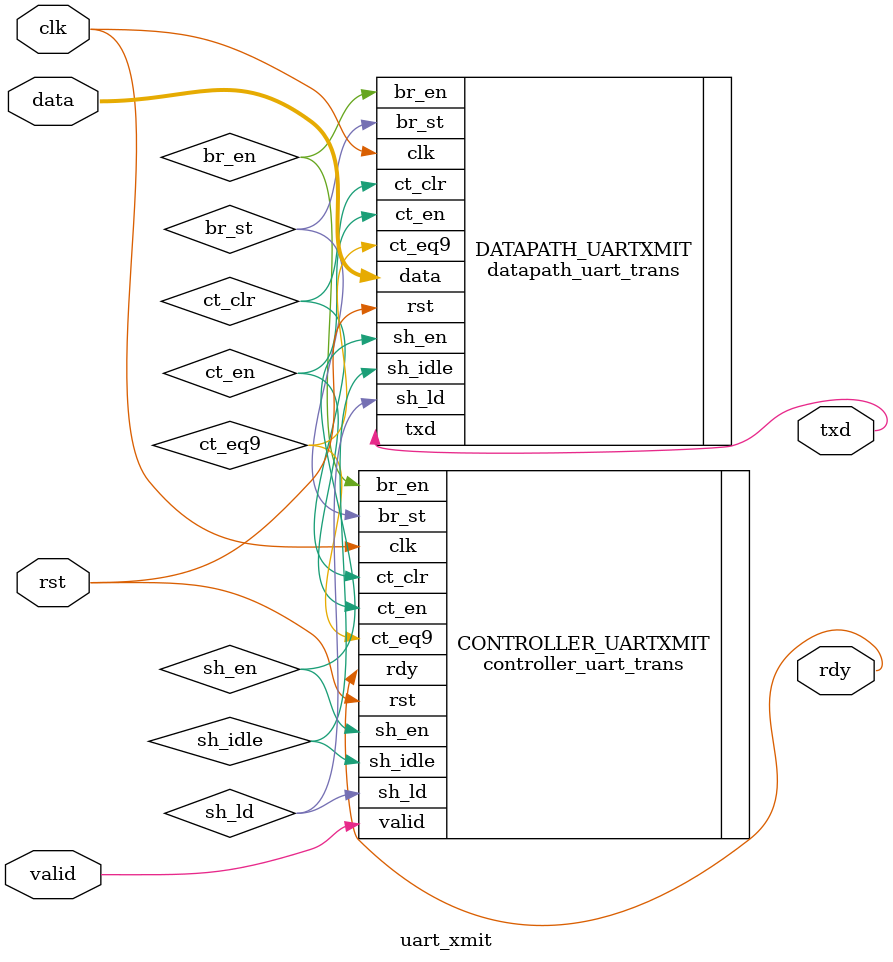
<source format=sv>
`timescale 1ns / 1ps


module uart_xmit(
    input logic clk , rst, valid,
    input logic [7:0] data,
    output logic txd, rdy

    );
      parameter BAUD_RATE = 9600;
      

    logic sh_ld, sh_idle, sh_en, br_st,ct_clr, ct_en, ct_eq9;

    controller_uart_trans CONTROLLER_UARTXMIT(.valid(valid), .clk(clk), .ct_eq9(ct_eq9), .rst(rst), .br_en(br_en), .rdy(rdy), .sh_ld(sh_ld), .sh_idle(sh_idle), .sh_en(sh_en), .br_st(br_st), .ct_clr(ct_clr), .ct_en(ct_en));
    datapath_uart_trans #(.BAUD_RATE(BAUD_RATE)) DATAPATH_UARTXMIT (.sh_ld(sh_ld), .sh_idle(sh_idle), .sh_en(sh_en), .br_st(br_st), .ct_clr(ct_clr), .clk(clk), .rst(rst), .ct_en(ct_en), .data(data),.ct_eq9(ct_eq9), .txd(txd), .br_en(br_en));
endmodule

</source>
